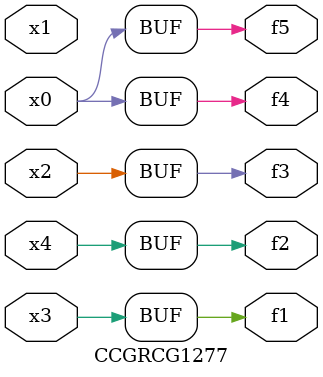
<source format=v>
module CCGRCG1277(
	input x0, x1, x2, x3, x4,
	output f1, f2, f3, f4, f5
);
	assign f1 = x3;
	assign f2 = x4;
	assign f3 = x2;
	assign f4 = x0;
	assign f5 = x0;
endmodule

</source>
